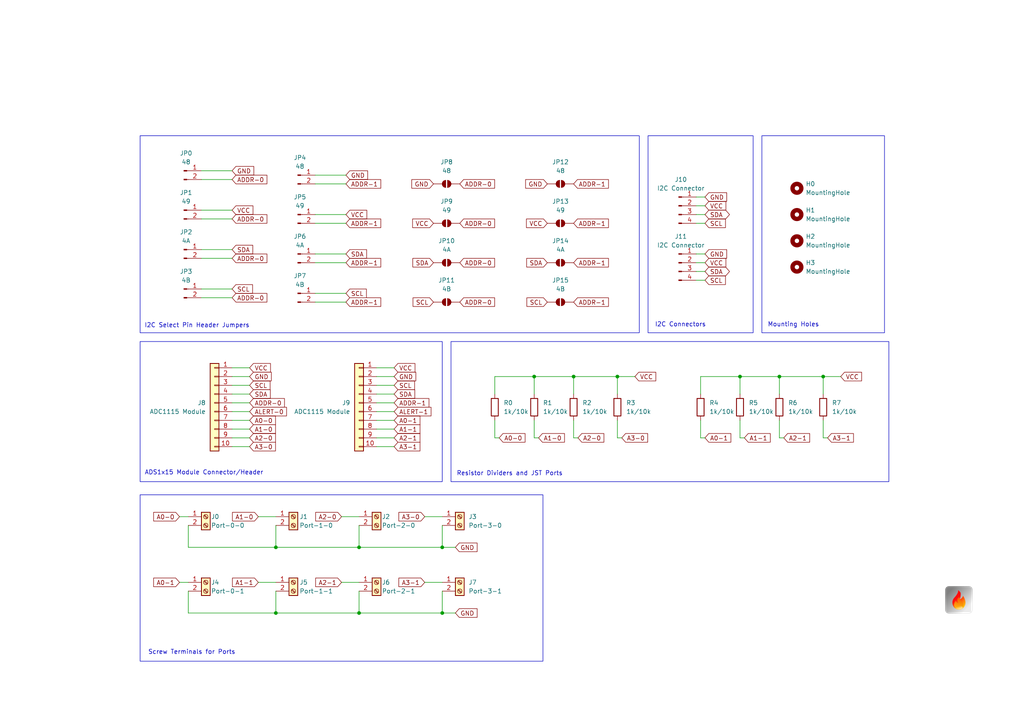
<source format=kicad_sch>
(kicad_sch (version 20231120) (generator "eeschema") (generator_version "8.0")
  (paper "A4")
  (title_block (title "PiFire 8 Probe ADS1x15 Module") (date "2024-12-03") (rev "v1.0.0") (company "James Wanga"))
  (lib_symbols
    (symbol "Connector:Conn_01x02_Pin" (pin_names (offset 1.016) hide)
      (property "Reference" "J" (at 0 2.54 0))
      (property "Value" "Conn_01x02_Pin" (at 0 -5.08 0))
      (symbol "Conn_01x02_Pin_1_1"
        (polyline (pts (xy 1.27 -2.54) (xy 0.8636 -2.54)) (stroke (width 0.1524)))
        (polyline (pts (xy 1.27 0) (xy 0.8636 0)) (stroke (width 0.1524)))
        (rectangle (start 0.8636 -2.413) (end 0 -2.667) (stroke (width 0.1524)) (fill (type outline)))
        (rectangle (start 0.8636 0.127) (end 0 -0.127) (stroke (width 0.1524)) (fill (type outline)))
        (pin passive line (at 5.08 0 180) (length 3.81) (name "Pin_1") (number "1"))
        (pin passive line (at 5.08 -2.54 180) (length 3.81) (name "Pin_2") (number "2"))
      )
    )
    (symbol "Connector:Conn_01x04_Pin" (pin_names (offset 1.016) hide)
      (property "Reference" "J" (at 0 5.08 0))
      (property "Value" "Conn_01x04_Pin" (at 0 -7.62 0))
      (symbol "Conn_01x04_Pin_1_1"
        (polyline (pts (xy 1.27 -5.08) (xy 0.8636 -5.08)) (stroke (width 0.1524)))
        (polyline (pts (xy 1.27 -2.54) (xy 0.8636 -2.54)) (stroke (width 0.1524)))
        (polyline (pts (xy 1.27 0) (xy 0.8636 0)) (stroke (width 0.1524)))
        (polyline (pts (xy 1.27 2.54) (xy 0.8636 2.54)) (stroke (width 0.1524)))
        (rectangle (start 0.8636 -4.953) (end 0 -5.207) (stroke (width 0.1524)) (fill (type outline)))
        (rectangle (start 0.8636 -2.413) (end 0 -2.667) (stroke (width 0.1524)) (fill (type outline)))
        (rectangle (start 0.8636 0.127) (end 0 -0.127) (stroke (width 0.1524)) (fill (type outline)))
        (rectangle (start 0.8636 2.667) (end 0 2.413) (stroke (width 0.1524)) (fill (type outline)))
        (pin passive line (at 5.08 2.54 180) (length 3.81) (name "Pin_1") (number "1"))
        (pin passive line (at 5.08 0 180) (length 3.81) (name "Pin_2") (number "2"))
        (pin passive line (at 5.08 -2.54 180) (length 3.81) (name "Pin_3") (number "3"))
        (pin passive line (at 5.08 -5.08 180) (length 3.81) (name "Pin_4") (number "4"))
      )
    )
    (symbol "Connector:Screw_Terminal_01x02" (pin_names (offset 1.016) hide)
      (property "Reference" "J" (at 0 2.54 0))
      (property "Value" "Screw_Terminal_01x02" (at 0 -5.08 0))
      (symbol "Screw_Terminal_01x02_1_1"
        (rectangle (start -1.27 1.27) (end 1.27 -3.81) (stroke (width 0.254)) (fill (type background)))
        (circle (center 0 -2.54) (radius 0.635) (stroke (width 0.1524)))
        (polyline (pts (xy -0.5334 -2.2098) (xy 0.3302 -3.048)) (stroke (width 0.1524)))
        (polyline (pts (xy -0.5334 0.3302) (xy 0.3302 -0.508)) (stroke (width 0.1524)))
        (polyline (pts (xy -0.3556 -2.032) (xy 0.508 -2.8702)) (stroke (width 0.1524)))
        (polyline (pts (xy -0.3556 0.508) (xy 0.508 -0.3302)) (stroke (width 0.1524)))
        (circle (center 0 0) (radius 0.635) (stroke (width 0.1524)))
        (pin passive line (at -5.08 0 0) (length 3.81) (name "Pin_1") (number "1"))
        (pin passive line (at -5.08 -2.54 0) (length 3.81) (name "Pin_2") (number "2"))
      )
    )
    (symbol "Connector_Generic:Conn_01x10" (pin_names (offset 1.016) hide)
      (property "Reference" "J" (at 0 12.7 0))
      (property "Value" "Conn_01x10" (at 0 -15.24 0))
      (symbol "Conn_01x10_1_1"
        (rectangle (start -1.27 -12.573) (end 0 -12.827) (stroke (width 0.1524)))
        (rectangle (start -1.27 -10.033) (end 0 -10.287) (stroke (width 0.1524)))
        (rectangle (start -1.27 -7.493) (end 0 -7.747) (stroke (width 0.1524)))
        (rectangle (start -1.27 -4.953) (end 0 -5.207) (stroke (width 0.1524)))
        (rectangle (start -1.27 -2.413) (end 0 -2.667) (stroke (width 0.1524)))
        (rectangle (start -1.27 0.127) (end 0 -0.127) (stroke (width 0.1524)))
        (rectangle (start -1.27 2.667) (end 0 2.413) (stroke (width 0.1524)))
        (rectangle (start -1.27 5.207) (end 0 4.953) (stroke (width 0.1524)))
        (rectangle (start -1.27 7.747) (end 0 7.493) (stroke (width 0.1524)))
        (rectangle (start -1.27 10.287) (end 0 10.033) (stroke (width 0.1524)))
        (rectangle (start -1.27 11.43) (end 1.27 -13.97) (stroke (width 0.254)) (fill (type background)))
        (pin passive line (at -5.08 10.16 0) (length 3.81) (name "Pin_1") (number "1"))
        (pin passive line (at -5.08 -12.7 0) (length 3.81) (name "Pin_10") (number "10"))
        (pin passive line (at -5.08 7.62 0) (length 3.81) (name "Pin_2") (number "2"))
        (pin passive line (at -5.08 5.08 0) (length 3.81) (name "Pin_3") (number "3"))
        (pin passive line (at -5.08 2.54 0) (length 3.81) (name "Pin_4") (number "4"))
        (pin passive line (at -5.08 0 0) (length 3.81) (name "Pin_5") (number "5"))
        (pin passive line (at -5.08 -2.54 0) (length 3.81) (name "Pin_6") (number "6"))
        (pin passive line (at -5.08 -5.08 0) (length 3.81) (name "Pin_7") (number "7"))
        (pin passive line (at -5.08 -7.62 0) (length 3.81) (name "Pin_8") (number "8"))
        (pin passive line (at -5.08 -10.16 0) (length 3.81) (name "Pin_9") (number "9"))
      )
    )
    (symbol "Device:R" (pin_numbers hide) (pin_names (offset 0))
      (property "Reference" "R" (at 2.032 0 90))
      (property "Value" "R" (at 0 0 90))
      (symbol "R_0_1"
        (rectangle (start -1.016 -2.54) (end 1.016 2.54) (stroke (width 0.254)))
      )
      (symbol "R_1_1"
        (pin passive line (at 0 3.81 270) (length 1.27) (name "~") (number "1"))
        (pin passive line (at 0 -3.81 90) (length 1.27) (name "~") (number "2"))
      )
    )
    (symbol "Jumper:SolderJumper_2_Open" (pin_numbers hide) (pin_names (offset 0) hide) (exclude_from_sim yes) (in_bom no)
      (property "Reference" "JP" (at 0 2.032 0))
      (property "Value" "SolderJumper_2_Open" (at 0 -2.54 0))
      (symbol "SolderJumper_2_Open_0_1"
        (arc (start -0.254 1.016) (mid -1.2656 0) (end -0.254 -1.016))
        (arc (start -0.254 1.016) (mid -1.2656 0) (end -0.254 -1.016) (fill (type outline)))
        (polyline (pts (xy -0.254 1.016) (xy -0.254 -1.016)))
        (polyline (pts (xy 0.254 1.016) (xy 0.254 -1.016)))
        (arc (start 0.254 -1.016) (mid 1.2656 0) (end 0.254 1.016))
        (arc (start 0.254 -1.016) (mid 1.2656 0) (end 0.254 1.016) (fill (type outline)))
      )
      (symbol "SolderJumper_2_Open_1_1"
        (pin passive line (at -3.81 0 0) (length 2.54) (name "A") (number "1"))
        (pin passive line (at 3.81 0 180) (length 2.54) (name "B") (number "2"))
      )
    )
    (symbol "Mechanical:MountingHole" (pin_names (offset 1.016))
      (property "Reference" "H" (at 0 5.08 0))
      (property "Value" "MountingHole" (at 0 3.175 0))
      (symbol "MountingHole_0_1"
        (circle (center 0 0) (radius 1.27) (stroke (width 1.27)))
      )
    )
  )
  (junction (at 128.27 177.8))
  (junction (at 154.94 109.22))
  (junction (at 226.06 109.22))
  (junction (at 104.14 158.75))
  (junction (at 214.63 109.22))
  (junction (at 166.37 109.22))
  (junction (at 179.07 109.22))
  (junction (at 80.01 158.75))
  (junction (at 80.01 177.8))
  (junction (at 238.76 109.22))
  (junction (at 128.27 158.75))
  (junction (at 104.14 177.8))
  (wire (pts (xy 104.14 152.4) (xy 104.14 158.75)))
  (wire (pts (xy 72.39 124.46) (xy 67.31 124.46)))
  (wire (pts (xy 243.84 109.22) (xy 238.76 109.22)))
  (wire (pts (xy 114.3 114.3) (xy 109.22 114.3)))
  (wire (pts (xy 58.42 52.07) (xy 67.31 52.07)))
  (wire (pts (xy 203.2 109.22) (xy 203.2 114.3)))
  (wire (pts (xy 80.01 171.45) (xy 80.01 177.8)))
  (wire (pts (xy 204.47 127) (xy 203.2 127)))
  (wire (pts (xy 54.61 158.75) (xy 80.01 158.75)))
  (wire (pts (xy 179.07 121.92) (xy 179.07 127)))
  (wire (pts (xy 226.06 109.22) (xy 214.63 109.22)))
  (wire (pts (xy 114.3 129.54) (xy 109.22 129.54)))
  (wire (pts (xy 114.3 124.46) (xy 109.22 124.46)))
  (wire (pts (xy 238.76 121.92) (xy 238.76 127)))
  (wire (pts (xy 72.39 121.92) (xy 67.31 121.92)))
  (wire (pts (xy 54.61 177.8) (xy 80.01 177.8)))
  (wire (pts (xy 123.19 168.91) (xy 128.27 168.91)))
  (wire (pts (xy 143.51 121.92) (xy 143.51 127)))
  (wire (pts (xy 204.47 57.15) (xy 201.93 57.15)))
  (wire (pts (xy 114.3 109.22) (xy 109.22 109.22)))
  (wire (pts (xy 54.61 152.4) (xy 54.61 158.75)))
  (wire (pts (xy 74.93 168.91) (xy 80.01 168.91)))
  (wire (pts (xy 74.93 149.86) (xy 80.01 149.86)))
  (wire (pts (xy 114.3 116.84) (xy 109.22 116.84)))
  (wire (pts (xy 91.44 50.8) (xy 100.33 50.8)))
  (wire (pts (xy 80.01 177.8) (xy 104.14 177.8)))
  (wire (pts (xy 80.01 152.4) (xy 80.01 158.75)))
  (wire (pts (xy 72.39 109.22) (xy 67.31 109.22)))
  (wire (pts (xy 114.3 119.38) (xy 109.22 119.38)))
  (wire (pts (xy 72.39 129.54) (xy 67.31 129.54)))
  (wire (pts (xy 154.94 109.22) (xy 143.51 109.22)))
  (wire (pts (xy 184.15 109.22) (xy 179.07 109.22)))
  (wire (pts (xy 104.14 171.45) (xy 104.14 177.8)))
  (wire (pts (xy 166.37 121.92) (xy 166.37 127)))
  (wire (pts (xy 204.47 76.2) (xy 201.93 76.2)))
  (wire (pts (xy 203.2 121.92) (xy 203.2 127)))
  (wire (pts (xy 154.94 121.92) (xy 154.94 127)))
  (wire (pts (xy 80.01 158.75) (xy 104.14 158.75)))
  (wire (pts (xy 67.31 83.82) (xy 58.42 83.82)))
  (wire (pts (xy 240.03 127) (xy 238.76 127)))
  (wire (pts (xy 123.19 149.86) (xy 128.27 149.86)))
  (wire (pts (xy 54.61 171.45) (xy 54.61 177.8)))
  (wire (pts (xy 204.47 73.66) (xy 201.93 73.66)))
  (wire (pts (xy 154.94 109.22) (xy 154.94 114.3)))
  (wire (pts (xy 58.42 49.53) (xy 67.31 49.53)))
  (wire (pts (xy 114.3 121.92) (xy 109.22 121.92)))
  (wire (pts (xy 144.78 127) (xy 143.51 127)))
  (wire (pts (xy 72.39 116.84) (xy 67.31 116.84)))
  (wire (pts (xy 179.07 109.22) (xy 179.07 114.3)))
  (wire (pts (xy 128.27 171.45) (xy 128.27 177.8)))
  (wire (pts (xy 214.63 109.22) (xy 203.2 109.22)))
  (wire (pts (xy 99.06 168.91) (xy 104.14 168.91)))
  (wire (pts (xy 52.07 168.91) (xy 54.61 168.91)))
  (wire (pts (xy 58.42 63.5) (xy 67.31 63.5)))
  (wire (pts (xy 91.44 53.34) (xy 100.33 53.34)))
  (wire (pts (xy 91.44 64.77) (xy 100.33 64.77)))
  (wire (pts (xy 166.37 109.22) (xy 179.07 109.22)))
  (wire (pts (xy 180.34 127) (xy 179.07 127)))
  (wire (pts (xy 72.39 111.76) (xy 67.31 111.76)))
  (wire (pts (xy 72.39 127) (xy 67.31 127)))
  (wire (pts (xy 114.3 111.76) (xy 109.22 111.76)))
  (wire (pts (xy 226.06 109.22) (xy 238.76 109.22)))
  (wire (pts (xy 72.39 119.38) (xy 67.31 119.38)))
  (wire (pts (xy 226.06 121.92) (xy 226.06 127)))
  (wire (pts (xy 58.42 86.36) (xy 67.31 86.36)))
  (wire (pts (xy 114.3 127) (xy 109.22 127)))
  (wire (pts (xy 100.33 85.09) (xy 91.44 85.09)))
  (wire (pts (xy 226.06 109.22) (xy 226.06 114.3)))
  (wire (pts (xy 215.9 127) (xy 214.63 127)))
  (wire (pts (xy 91.44 87.63) (xy 100.33 87.63)))
  (wire (pts (xy 167.64 127) (xy 166.37 127)))
  (wire (pts (xy 204.47 64.77) (xy 201.93 64.77)))
  (wire (pts (xy 204.47 81.28) (xy 201.93 81.28)))
  (wire (pts (xy 156.21 127) (xy 154.94 127)))
  (wire (pts (xy 58.42 72.39) (xy 67.31 72.39)))
  (wire (pts (xy 104.14 177.8) (xy 128.27 177.8)))
  (wire (pts (xy 214.63 121.92) (xy 214.63 127)))
  (wire (pts (xy 72.39 106.68) (xy 67.31 106.68)))
  (wire (pts (xy 143.51 109.22) (xy 143.51 114.3)))
  (wire (pts (xy 58.42 74.93) (xy 67.31 74.93)))
  (wire (pts (xy 204.47 59.69) (xy 201.93 59.69)))
  (wire (pts (xy 214.63 109.22) (xy 214.63 114.3)))
  (wire (pts (xy 204.47 62.23) (xy 201.93 62.23)))
  (wire (pts (xy 128.27 177.8) (xy 132.08 177.8)))
  (wire (pts (xy 72.39 114.3) (xy 67.31 114.3)))
  (wire (pts (xy 104.14 158.75) (xy 128.27 158.75)))
  (wire (pts (xy 91.44 62.23) (xy 100.33 62.23)))
  (wire (pts (xy 128.27 158.75) (xy 132.08 158.75)))
  (wire (pts (xy 58.42 60.96) (xy 67.31 60.96)))
  (wire (pts (xy 227.33 127) (xy 226.06 127)))
  (wire (pts (xy 91.44 73.66) (xy 100.33 73.66)))
  (wire (pts (xy 91.44 76.2) (xy 100.33 76.2)))
  (wire (pts (xy 99.06 149.86) (xy 104.14 149.86)))
  (wire (pts (xy 166.37 109.22) (xy 154.94 109.22)))
  (wire (pts (xy 166.37 109.22) (xy 166.37 114.3)))
  (wire (pts (xy 52.07 149.86) (xy 54.61 149.86)))
  (wire (pts (xy 204.47 78.74) (xy 201.93 78.74)))
  (wire (pts (xy 114.3 106.68) (xy 109.22 106.68)))
  (wire (pts (xy 128.27 152.4) (xy 128.27 158.75)))
  (wire (pts (xy 238.76 109.22) (xy 238.76 114.3)))
  (rectangle (start 220.98 39.37) (end 256.54 96.52))
  (rectangle (start 40.64 99.06) (end 128.27 139.7))
  (rectangle (start 40.64 39.37) (end 185.42 96.52))
  (rectangle (start 130.81 99.06) (end 257.81 139.7))
  (rectangle (start 187.96 39.37) (end 218.44 96.52))
  (rectangle (start 40.64 143.51) (end 157.48 191.77))
  (image (at 278.13 173.99) (scale 0.0423182))
  (text "Screw Terminals for Ports" (at 55.626 189.23 0) (effects (font (size 1.27 1.27))))
  (text "ADS1x15 Module Connector/Header" (at 59.182 137.16 0) (effects (font (size 1.27 1.27))))
  (text "I2C Select Pin Header Jumpers" (at 57.15 94.488 0) (effects (font (size 1.27 1.27))))
  (text "Resistor Dividers and JST Ports" (at 147.828 137.414 0) (effects (font (size 1.27 1.27))))
  (text "Mounting Holes" (at 230.124 94.234 0) (effects (font (size 1.27 1.27))))
  (text "I2C Connectors" (at 197.358 94.234 0) (effects (font (size 1.27 1.27))))
  (global_label "ADDR-0" (shape input) (at 67.31 74.93 0) (property "Intersheetrefs" "${INTERSHEET_REFS}" (effects (hide yes))))
  (global_label "A2-0" (shape input) (at 99.06 149.86 180) (property "Intersheetrefs" "${INTERSHEET_REFS}" (effects (hide yes))))
  (global_label "A1-0" (shape input) (at 74.93 149.86 180) (property "Intersheetrefs" "${INTERSHEET_REFS}" (effects (hide yes))))
  (global_label "A0-1" (shape input) (at 52.07 168.91 180) (property "Intersheetrefs" "${INTERSHEET_REFS}" (effects (hide yes))))
  (global_label "GND" (shape input) (at 204.47 57.15 0) (property "Intersheetrefs" "${INTERSHEET_REFS}" (effects (hide yes))))
  (global_label "VCC" (shape input) (at 125.73 64.77 180) (property "Intersheetrefs" "${INTERSHEET_REFS}" (effects (hide yes))))
  (global_label "SCL" (shape input) (at 158.75 87.63 180) (property "Intersheetrefs" "${INTERSHEET_REFS}" (effects (hide yes))))
  (global_label "SCL" (shape input) (at 72.39 111.76 0) (property "Intersheetrefs" "${INTERSHEET_REFS}" (effects (hide yes))))
  (global_label "SCL" (shape input) (at 114.3 111.76 0) (property "Intersheetrefs" "${INTERSHEET_REFS}" (effects (hide yes))))
  (global_label "SCL" (shape input) (at 100.33 85.09 0) (property "Intersheetrefs" "${INTERSHEET_REFS}" (effects (hide yes))))
  (global_label "A1-1" (shape input) (at 114.3 124.46 0) (property "Intersheetrefs" "${INTERSHEET_REFS}" (effects (hide yes))))
  (global_label "VCC" (shape input) (at 100.33 62.23 0) (property "Intersheetrefs" "${INTERSHEET_REFS}" (effects (hide yes))))
  (global_label "GND" (shape input) (at 204.47 73.66 0) (property "Intersheetrefs" "${INTERSHEET_REFS}" (effects (hide yes))))
  (global_label "A3-0" (shape input) (at 123.19 149.86 180) (property "Intersheetrefs" "${INTERSHEET_REFS}" (effects (hide yes))))
  (global_label "GND" (shape input) (at 72.39 109.22 0) (property "Intersheetrefs" "${INTERSHEET_REFS}" (effects (hide yes))))
  (global_label "A2-0" (shape input) (at 167.64 127 0) (property "Intersheetrefs" "${INTERSHEET_REFS}" (effects (hide yes))))
  (global_label "SCL" (shape input) (at 67.31 83.82 0) (property "Intersheetrefs" "${INTERSHEET_REFS}" (effects (hide yes))))
  (global_label "VCC" (shape input) (at 204.47 59.69 0) (property "Intersheetrefs" "${INTERSHEET_REFS}" (effects (hide yes))))
  (global_label "ADDR-0" (shape input) (at 133.35 76.2 0) (property "Intersheetrefs" "${INTERSHEET_REFS}" (effects (hide yes))))
  (global_label "ADDR-1" (shape input) (at 166.37 53.34 0) (property "Intersheetrefs" "${INTERSHEET_REFS}" (effects (hide yes))))
  (global_label "VCC" (shape input) (at 184.15 109.22 0) (property "Intersheetrefs" "${INTERSHEET_REFS}" (effects (hide yes))))
  (global_label "VCC" (shape input) (at 67.31 60.96 0) (property "Intersheetrefs" "${INTERSHEET_REFS}" (effects (hide yes))))
  (global_label "GND" (shape input) (at 132.08 177.8 0) (property "Intersheetrefs" "${INTERSHEET_REFS}" (effects (hide yes))))
  (global_label "A1-0" (shape input) (at 156.21 127 0) (property "Intersheetrefs" "${INTERSHEET_REFS}" (effects (hide yes))))
  (global_label "ADDR-0" (shape input) (at 133.35 64.77 0) (property "Intersheetrefs" "${INTERSHEET_REFS}" (effects (hide yes))))
  (global_label "A1-1" (shape input) (at 215.9 127 0) (property "Intersheetrefs" "${INTERSHEET_REFS}" (effects (hide yes))))
  (global_label "SCL" (shape input) (at 125.73 87.63 180) (property "Intersheetrefs" "${INTERSHEET_REFS}" (effects (hide yes))))
  (global_label "GND" (shape input) (at 158.75 53.34 180) (property "Intersheetrefs" "${INTERSHEET_REFS}" (effects (hide yes))))
  (global_label "SDA" (shape bidirectional) (at 204.47 78.74 0) (property "Intersheetrefs" "${INTERSHEET_REFS}" (effects (hide yes))))
  (global_label "A0-0" (shape input) (at 72.39 121.92 0) (property "Intersheetrefs" "${INTERSHEET_REFS}" (effects (hide yes))))
  (global_label "SCL" (shape input) (at 204.47 81.28 0) (property "Intersheetrefs" "${INTERSHEET_REFS}" (effects (hide yes))))
  (global_label "ADDR-0" (shape input) (at 133.35 53.34 0) (property "Intersheetrefs" "${INTERSHEET_REFS}" (effects (hide yes))))
  (global_label "GND" (shape input) (at 100.33 50.8 0) (property "Intersheetrefs" "${INTERSHEET_REFS}" (effects (hide yes))))
  (global_label "A3-0" (shape input) (at 180.34 127 0) (property "Intersheetrefs" "${INTERSHEET_REFS}" (effects (hide yes))))
  (global_label "GND" (shape input) (at 132.08 158.75 0) (property "Intersheetrefs" "${INTERSHEET_REFS}" (effects (hide yes))))
  (global_label "VCC" (shape input) (at 114.3 106.68 0) (property "Intersheetrefs" "${INTERSHEET_REFS}" (effects (hide yes))))
  (global_label "SDA" (shape input) (at 67.31 72.39 0) (property "Intersheetrefs" "${INTERSHEET_REFS}" (effects (hide yes))))
  (global_label "A1-1" (shape input) (at 74.93 168.91 180) (property "Intersheetrefs" "${INTERSHEET_REFS}" (effects (hide yes))))
  (global_label "A3-1" (shape input) (at 114.3 129.54 0) (property "Intersheetrefs" "${INTERSHEET_REFS}" (effects (hide yes))))
  (global_label "ALERT-0" (shape input) (at 72.39 119.38 0) (property "Intersheetrefs" "${INTERSHEET_REFS}" (effects (hide yes))))
  (global_label "A2-0" (shape input) (at 72.39 127 0) (property "Intersheetrefs" "${INTERSHEET_REFS}" (effects (hide yes))))
  (global_label "SDA" (shape bidirectional) (at 204.47 62.23 0) (property "Intersheetrefs" "${INTERSHEET_REFS}" (effects (hide yes))))
  (global_label "ADDR-0" (shape input) (at 67.31 63.5 0) (property "Intersheetrefs" "${INTERSHEET_REFS}" (effects (hide yes))))
  (global_label "SDA" (shape input) (at 72.39 114.3 0) (property "Intersheetrefs" "${INTERSHEET_REFS}" (effects (hide yes))))
  (global_label "A3-1" (shape input) (at 240.03 127 0) (property "Intersheetrefs" "${INTERSHEET_REFS}" (effects (hide yes))))
  (global_label "ADDR-1" (shape input) (at 100.33 76.2 0) (property "Intersheetrefs" "${INTERSHEET_REFS}" (effects (hide yes))))
  (global_label "ADDR-0" (shape input) (at 67.31 52.07 0) (property "Intersheetrefs" "${INTERSHEET_REFS}" (effects (hide yes))))
  (global_label "ADDR-0" (shape input) (at 67.31 86.36 0) (property "Intersheetrefs" "${INTERSHEET_REFS}" (effects (hide yes))))
  (global_label "SDA" (shape input) (at 100.33 73.66 0) (property "Intersheetrefs" "${INTERSHEET_REFS}" (effects (hide yes))))
  (global_label "VCC" (shape input) (at 243.84 109.22 0) (property "Intersheetrefs" "${INTERSHEET_REFS}" (effects (hide yes))))
  (global_label "ADDR-1" (shape input) (at 166.37 76.2 0) (property "Intersheetrefs" "${INTERSHEET_REFS}" (effects (hide yes))))
  (global_label "GND" (shape input) (at 125.73 53.34 180) (property "Intersheetrefs" "${INTERSHEET_REFS}" (effects (hide yes))))
  (global_label "A0-1" (shape input) (at 114.3 121.92 0) (property "Intersheetrefs" "${INTERSHEET_REFS}" (effects (hide yes))))
  (global_label "ADDR-0" (shape input) (at 72.39 116.84 0) (property "Intersheetrefs" "${INTERSHEET_REFS}" (effects (hide yes))))
  (global_label "ADDR-1" (shape input) (at 100.33 64.77 0) (property "Intersheetrefs" "${INTERSHEET_REFS}" (effects (hide yes))))
  (global_label "A2-1" (shape input) (at 114.3 127 0) (property "Intersheetrefs" "${INTERSHEET_REFS}" (effects (hide yes))))
  (global_label "ALERT-1" (shape input) (at 114.3 119.38 0) (property "Intersheetrefs" "${INTERSHEET_REFS}" (effects (hide yes))))
  (global_label "ADDR-1" (shape input) (at 166.37 87.63 0) (property "Intersheetrefs" "${INTERSHEET_REFS}" (effects (hide yes))))
  (global_label "ADDR-1" (shape input) (at 166.37 64.77 0) (property "Intersheetrefs" "${INTERSHEET_REFS}" (effects (hide yes))))
  (global_label "GND" (shape input) (at 67.31 49.53 0) (property "Intersheetrefs" "${INTERSHEET_REFS}" (effects (hide yes))))
  (global_label "VCC" (shape input) (at 72.39 106.68 0) (property "Intersheetrefs" "${INTERSHEET_REFS}" (effects (hide yes))))
  (global_label "VCC" (shape input) (at 204.47 76.2 0) (property "Intersheetrefs" "${INTERSHEET_REFS}" (effects (hide yes))))
  (global_label "A1-0" (shape input) (at 72.39 124.46 0) (property "Intersheetrefs" "${INTERSHEET_REFS}" (effects (hide yes))))
  (global_label "GND" (shape input) (at 114.3 109.22 0) (property "Intersheetrefs" "${INTERSHEET_REFS}" (effects (hide yes))))
  (global_label "A3-1" (shape input) (at 123.19 168.91 180) (property "Intersheetrefs" "${INTERSHEET_REFS}" (effects (hide yes))))
  (global_label "VCC" (shape input) (at 158.75 64.77 180) (property "Intersheetrefs" "${INTERSHEET_REFS}" (effects (hide yes))))
  (global_label "ADDR-1" (shape input) (at 100.33 53.34 0) (property "Intersheetrefs" "${INTERSHEET_REFS}" (effects (hide yes))))
  (global_label "ADDR-1" (shape input) (at 100.33 87.63 0) (property "Intersheetrefs" "${INTERSHEET_REFS}" (effects (hide yes))))
  (global_label "SDA" (shape input) (at 114.3 114.3 0) (property "Intersheetrefs" "${INTERSHEET_REFS}" (effects (hide yes))))
  (global_label "A3-0" (shape input) (at 72.39 129.54 0) (property "Intersheetrefs" "${INTERSHEET_REFS}" (effects (hide yes))))
  (global_label "SCL" (shape input) (at 204.47 64.77 0) (property "Intersheetrefs" "${INTERSHEET_REFS}" (effects (hide yes))))
  (global_label "ADDR-1" (shape input) (at 114.3 116.84 0) (property "Intersheetrefs" "${INTERSHEET_REFS}" (effects (hide yes))))
  (global_label "A0-0" (shape input) (at 144.78 127 0) (property "Intersheetrefs" "${INTERSHEET_REFS}" (effects (hide yes))))
  (global_label "A0-1" (shape input) (at 204.47 127 0) (property "Intersheetrefs" "${INTERSHEET_REFS}" (effects (hide yes))))
  (global_label "SDA" (shape input) (at 125.73 76.2 180) (property "Intersheetrefs" "${INTERSHEET_REFS}" (effects (hide yes))))
  (global_label "A0-0" (shape input) (at 52.07 149.86 180) (property "Intersheetrefs" "${INTERSHEET_REFS}" (effects (hide yes))))
  (global_label "A2-1" (shape input) (at 227.33 127 0) (property "Intersheetrefs" "${INTERSHEET_REFS}" (effects (hide yes))))
  (global_label "SDA" (shape input) (at 158.75 76.2 180) (property "Intersheetrefs" "${INTERSHEET_REFS}" (effects (hide yes))))
  (global_label "A2-1" (shape input) (at 99.06 168.91 180) (property "Intersheetrefs" "${INTERSHEET_REFS}" (effects (hide yes))))
  (global_label "ADDR-0" (shape input) (at 133.35 87.63 0) (property "Intersheetrefs" "${INTERSHEET_REFS}" (effects (hide yes))))
  (symbol (lib_id "Connector:Screw_Terminal_01x02") (at 85.09 149.86 0) (unit 1)
    (property "Reference" "J1" (at 86.868 149.86 0) (effects (justify left)))
    (property "Value" "Port-1-0" (at 86.868 152.4 0) (effects (justify left)))
    (property "Footprint" "TerminalBlock:TerminalBlock_bornier-2_P5.08mm" (effects (hide yes)))
    (property "Description" "ADC Probe Port 1 Screw Terminal.  Recommended terminals: https://www.amazon.com/dp/B01MT4LC0F" (effects (hide yes)))
  )
  (symbol (lib_id "Connector:Screw_Terminal_01x02") (at 85.09 168.91 0) (unit 1)
    (property "Reference" "J5" (at 86.868 168.91 0) (effects (justify left)))
    (property "Value" "Port-1-1" (at 86.868 171.45 0) (effects (justify left)))
    (property "Footprint" "TerminalBlock:TerminalBlock_bornier-2_P5.08mm" (effects (hide yes)))
    (property "Description" "ADC Probe Port 1 Screw Terminal.  Recommended terminals: https://www.amazon.com/dp/B01MT4LC0F" (effects (hide yes)))
  )
  (symbol (lib_id "Connector:Screw_Terminal_01x02") (at 109.22 168.91 0) (unit 1)
    (property "Reference" "J6" (at 110.744 168.91 0) (effects (justify left)))
    (property "Value" "Port-2-1" (at 110.744 171.45 0) (effects (justify left)))
    (property "Footprint" "TerminalBlock:TerminalBlock_bornier-2_P5.08mm" (effects (hide yes)))
    (property "Description" "ADC Probe Port 2 Screw Terminal.  Recommended terminals: https://www.amazon.com/dp/B01MT4LC0F" (effects (hide yes)))
  )
  (symbol (lib_id "Connector:Conn_01x02_Pin") (at 86.36 50.8 0) (unit 1)
    (property "Reference" "JP4" (at 86.995 45.72 0))
    (property "Value" "48" (at 86.995 48.26 0))
    (property "Footprint" "Connector_PinHeader_2.54mm:PinHeader_1x02_P2.54mm_Vertical" (effects (hide yes)))
    (property "Description" "Generic connector, single row, 01x02, script generated" (effects (hide yes)))
  )
  (symbol (lib_id "Device:R") (at 238.76 118.11 0) (unit 1)
    (property "Reference" "R7" (at 241.3 116.84 0) (effects (justify left)))
    (property "Value" "1k/10k" (at 241.3 119.38 0) (effects (justify left)))
    (property "Footprint" "Resistor_THT:R_Axial_DIN0207_L6.3mm_D2.5mm_P7.62mm_Horizontal" (effects (hide yes)))
    (property "Description" "Standard 1/4W Axial Resistors.  Recommended try to get these resistor values as close to their stated values as possible so select 1% tolerance or better and then test to get the best value.   1k Ohm is recommended for PT1000 probes where the nominal resistance is 1k at 0C.  10k Ohm is resistance is recommended for almost all food probe types (note that there are some brands that may have a 1k nominal resistance and thus should use a 1k resistor here)" (effects (hide yes)))
  )
  (symbol (lib_id "Device:R") (at 154.94 118.11 0) (unit 1)
    (property "Reference" "R1" (at 157.48 116.84 0) (effects (justify left)))
    (property "Value" "1k/10k" (at 157.48 119.38 0) (effects (justify left)))
    (property "Footprint" "Resistor_THT:R_Axial_DIN0207_L6.3mm_D2.5mm_P7.62mm_Horizontal" (effects (hide yes)))
    (property "Description" "Standard 1/4W Axial Resistors.  Recommended try to get these resistor values as close to their stated values as possible so select 1% tolerance or better and then test to get the best value.   1k Ohm is recommended for PT1000 probes where the nominal resistance is 1k at 0C.  10k Ohm is resistance is recommended for almost all food probe types (note that there are some brands that may have a 1k nominal resistance and thus should use a 1k resistor here)" (effects (hide yes)))
  )
  (symbol (lib_id "Connector:Screw_Terminal_01x02") (at 59.69 149.86 0) (unit 1)
    (property "Reference" "J0" (at 61.214 149.86 0) (effects (justify left)))
    (property "Value" "Port-0-0" (at 61.214 152.4 0) (effects (justify left)))
    (property "Footprint" "TerminalBlock:TerminalBlock_bornier-2_P5.08mm" (effects (hide yes)))
    (property "Description" "ADC Probe Port 0 Screw Terminal.  Recommended terminals: https://www.amazon.com/dp/B01MT4LC0F" (effects (hide yes)))
  )
  (symbol (lib_id "Connector:Screw_Terminal_01x02") (at 109.22 149.86 0) (unit 1)
    (property "Reference" "J2" (at 110.744 149.86 0) (effects (justify left)))
    (property "Value" "Port-2-0" (at 110.744 152.4 0) (effects (justify left)))
    (property "Footprint" "TerminalBlock:TerminalBlock_bornier-2_P5.08mm" (effects (hide yes)))
    (property "Description" "ADC Probe Port 2 Screw Terminal.  Recommended terminals: https://www.amazon.com/dp/B01MT4LC0F" (effects (hide yes)))
  )
  (symbol (lib_id "Jumper:SolderJumper_2_Open") (at 129.54 53.34 0) (unit 1) (exclude_from_sim yes) (in_bom no)
    (property "Reference" "JP8" (at 129.54 46.99 0))
    (property "Value" "48" (at 129.54 49.53 0))
    (property "Footprint" "Jumper:SolderJumper-2_P1.3mm_Open_TrianglePad1.0x1.5mm" (effects (hide yes)))
    (property "Description" "Solder Jumper, 2-pole, open" (effects (hide yes)))
  )
  (symbol (lib_id "Jumper:SolderJumper_2_Open") (at 162.56 64.77 0) (unit 1) (exclude_from_sim yes) (in_bom no)
    (property "Reference" "JP13" (at 162.56 58.42 0))
    (property "Value" "49" (at 162.56 60.96 0))
    (property "Footprint" "Jumper:SolderJumper-2_P1.3mm_Open_TrianglePad1.0x1.5mm" (effects (hide yes)))
    (property "Description" "Solder Jumper, 2-pole, open" (effects (hide yes)))
  )
  (symbol (lib_id "Device:R") (at 166.37 118.11 0) (unit 1)
    (property "Reference" "R2" (at 168.91 116.84 0) (effects (justify left)))
    (property "Value" "1k/10k" (at 168.91 119.38 0) (effects (justify left)))
    (property "Footprint" "Resistor_THT:R_Axial_DIN0207_L6.3mm_D2.5mm_P7.62mm_Horizontal" (effects (hide yes)))
    (property "Description" "Standard 1/4W Axial Resistors.  Recommended try to get these resistor values as close to their stated values as possible so select 1% tolerance or better and then test to get the best value.   1k Ohm is recommended for PT1000 probes where the nominal resistance is 1k at 0C.  10k Ohm is resistance is recommended for almost all food probe types (note that there are some brands that may have a 1k nominal resistance and thus should use a 1k resistor here)" (effects (hide yes)))
  )
  (symbol (lib_id "Jumper:SolderJumper_2_Open") (at 162.56 76.2 0) (unit 1) (exclude_from_sim yes) (in_bom no)
    (property "Reference" "JP14" (at 162.56 69.85 0))
    (property "Value" "4A" (at 162.56 72.39 0))
    (property "Footprint" "Jumper:SolderJumper-2_P1.3mm_Open_TrianglePad1.0x1.5mm" (effects (hide yes)))
    (property "Description" "Solder Jumper, 2-pole, open" (effects (hide yes)))
  )
  (symbol (lib_id "Device:R") (at 143.51 118.11 0) (unit 1)
    (property "Reference" "R0" (at 146.05 116.84 0) (effects (justify left)))
    (property "Value" "1k/10k" (at 146.05 119.38 0) (effects (justify left)))
    (property "Footprint" "Resistor_THT:R_Axial_DIN0207_L6.3mm_D2.5mm_P7.62mm_Horizontal" (effects (hide yes)))
    (property "Description" "Standard 1/4W Axial Resistors.  Recommended try to get these resistor values as close to their stated values as possible so select 1% tolerance or better and then test to get the best value.   1k Ohm is recommended for PT1000 probes where the nominal resistance is 1k at 0C.  10k Ohm is resistance is recommended for almost all food probe types (note that there are some brands that may have a 1k nominal resistance and thus should use a 1k resistor here)" (effects (hide yes)))
  )
  (symbol (lib_id "Connector:Conn_01x02_Pin") (at 53.34 83.82 0) (unit 1)
    (property "Reference" "JP3" (at 53.975 78.74 0))
    (property "Value" "4B" (at 53.975 81.28 0))
    (property "Footprint" "Connector_PinHeader_2.54mm:PinHeader_1x02_P2.54mm_Vertical" (effects (hide yes)))
    (property "Description" "Generic connector, single row, 01x02, script generated" (effects (hide yes)))
  )
  (symbol (lib_id "Connector_Generic:Conn_01x10") (at 62.23 116.84 0) (mirror y) (unit 1)
    (property "Reference" "J8" (at 59.69 116.84 0) (effects (justify left)))
    (property "Value" "ADC1115 Module" (at 59.69 119.38 0) (effects (justify left)))
    (property "Footprint" "Connector_PinHeader_2.54mm:PinHeader_1x10_P2.54mm_Vertical" (effects (hide yes)))
    (property "Description" "Header for the ADS1x15 module.  This uses the standard pinout for these ubiquitous modules, but it is recommended to double check the pinout. Originally designed by Adafruit, but available in generic form everywhere.  https://www.amazon.com/HiLetgo-Converter-Programmable-Amplifier-Development/dp/B07VPFLSMX" (effects (hide yes)))
  )
  (symbol (lib_id "Connector:Conn_01x02_Pin") (at 86.36 85.09 0) (unit 1)
    (property "Reference" "JP7" (at 86.995 80.01 0))
    (property "Value" "4B" (at 86.995 82.55 0))
    (property "Footprint" "Connector_PinHeader_2.54mm:PinHeader_1x02_P2.54mm_Vertical" (effects (hide yes)))
    (property "Description" "Generic connector, single row, 01x02, script generated" (effects (hide yes)))
  )
  (symbol (lib_id "Connector:Conn_01x02_Pin") (at 86.36 62.23 0) (unit 1)
    (property "Reference" "JP5" (at 86.995 57.15 0))
    (property "Value" "49" (at 86.995 59.69 0))
    (property "Footprint" "Connector_PinHeader_2.54mm:PinHeader_1x02_P2.54mm_Vertical" (effects (hide yes)))
    (property "Description" "Generic connector, single row, 01x02, script generated" (effects (hide yes)))
  )
  (symbol (lib_id "Device:R") (at 203.2 118.11 0) (unit 1)
    (property "Reference" "R4" (at 205.74 116.84 0) (effects (justify left)))
    (property "Value" "1k/10k" (at 205.74 119.38 0) (effects (justify left)))
    (property "Footprint" "Resistor_THT:R_Axial_DIN0207_L6.3mm_D2.5mm_P7.62mm_Horizontal" (effects (hide yes)))
    (property "Description" "Standard 1/4W Axial Resistors.  Recommended try to get these resistor values as close to their stated values as possible so select 1% tolerance or better and then test to get the best value.   1k Ohm is recommended for PT1000 probes where the nominal resistance is 1k at 0C.  10k Ohm is resistance is recommended for almost all food probe types (note that there are some brands that may have a 1k nominal resistance and thus should use a 1k resistor here)" (effects (hide yes)))
  )
  (symbol (lib_id "Device:R") (at 214.63 118.11 0) (unit 1)
    (property "Reference" "R5" (at 217.17 116.84 0) (effects (justify left)))
    (property "Value" "1k/10k" (at 217.17 119.38 0) (effects (justify left)))
    (property "Footprint" "Resistor_THT:R_Axial_DIN0207_L6.3mm_D2.5mm_P7.62mm_Horizontal" (effects (hide yes)))
    (property "Description" "Standard 1/4W Axial Resistors.  Recommended try to get these resistor values as close to their stated values as possible so select 1% tolerance or better and then test to get the best value.   1k Ohm is recommended for PT1000 probes where the nominal resistance is 1k at 0C.  10k Ohm is resistance is recommended for almost all food probe types (note that there are some brands that may have a 1k nominal resistance and thus should use a 1k resistor here)" (effects (hide yes)))
  )
  (symbol (lib_id "Device:R") (at 226.06 118.11 0) (unit 1)
    (property "Reference" "R6" (at 228.6 116.84 0) (effects (justify left)))
    (property "Value" "1k/10k" (at 228.6 119.38 0) (effects (justify left)))
    (property "Footprint" "Resistor_THT:R_Axial_DIN0207_L6.3mm_D2.5mm_P7.62mm_Horizontal" (effects (hide yes)))
    (property "Description" "Standard 1/4W Axial Resistors.  Recommended try to get these resistor values as close to their stated values as possible so select 1% tolerance or better and then test to get the best value.   1k Ohm is recommended for PT1000 probes where the nominal resistance is 1k at 0C.  10k Ohm is resistance is recommended for almost all food probe types (note that there are some brands that may have a 1k nominal resistance and thus should use a 1k resistor here)" (effects (hide yes)))
  )
  (symbol (lib_id "Connector:Conn_01x02_Pin") (at 53.34 49.53 0) (unit 1)
    (property "Reference" "JP0" (at 53.975 44.45 0))
    (property "Value" "48" (at 53.975 46.99 0))
    (property "Footprint" "Connector_PinHeader_2.54mm:PinHeader_1x02_P2.54mm_Vertical" (effects (hide yes)))
    (property "Description" "Generic connector, single row, 01x02, script generated" (effects (hide yes)))
  )
  (symbol (lib_id "Jumper:SolderJumper_2_Open") (at 162.56 87.63 0) (unit 1) (exclude_from_sim yes) (in_bom no)
    (property "Reference" "JP15" (at 162.56 81.28 0))
    (property "Value" "4B" (at 162.56 83.82 0))
    (property "Footprint" "Jumper:SolderJumper-2_P1.3mm_Open_TrianglePad1.0x1.5mm" (effects (hide yes)))
    (property "Description" "Solder Jumper, 2-pole, open" (effects (hide yes)))
  )
  (symbol (lib_id "Connector_Generic:Conn_01x10") (at 104.14 116.84 0) (mirror y) (unit 1)
    (property "Reference" "J9" (at 101.6 116.84 0) (effects (justify left)))
    (property "Value" "ADC1115 Module" (at 101.6 119.38 0) (effects (justify left)))
    (property "Footprint" "Connector_PinHeader_2.54mm:PinHeader_1x10_P2.54mm_Vertical" (effects (hide yes)))
    (property "Description" "Header for the ADS1x15 module.  This uses the standard pinout for these ubiquitous modules, but it is recommended to double check the pinout. Originally designed by Adafruit, but available in generic form everywhere.  https://www.amazon.com/HiLetgo-Converter-Programmable-Amplifier-Development/dp/B07VPFLSMX" (effects (hide yes)))
  )
  (symbol (lib_id "Connector:Screw_Terminal_01x02") (at 133.35 168.91 0) (unit 1)
    (property "Reference" "J7" (at 135.89 168.9099 0) (effects (justify left)))
    (property "Value" "Port-3-1" (at 135.89 171.4499 0) (effects (justify left)))
    (property "Footprint" "TerminalBlock:TerminalBlock_bornier-2_P5.08mm" (effects (hide yes)))
    (property "Description" "ADC Probe Port 3 Screw Terminal.  Recommended terminals: https://www.amazon.com/dp/B01MT4LC0F" (effects (hide yes)))
  )
  (symbol (lib_id "Connector:Conn_01x02_Pin") (at 86.36 73.66 0) (unit 1)
    (property "Reference" "JP6" (at 86.995 68.58 0))
    (property "Value" "4A" (at 86.995 71.12 0))
    (property "Footprint" "Connector_PinHeader_2.54mm:PinHeader_1x02_P2.54mm_Vertical" (effects (hide yes)))
    (property "Description" "Generic connector, single row, 01x02, script generated" (effects (hide yes)))
  )
  (symbol (lib_id "Connector:Conn_01x04_Pin") (at 196.85 59.69 0) (unit 1)
    (property "Reference" "J10" (at 197.485 52.07 0))
    (property "Value" "I2C Connector" (at 197.485 54.61 0))
    (property "Footprint" "Connector_JST:JST_XH_S4B-XH-A_1x04_P2.50mm_Horizontal" (effects (hide yes)))
    (property "Description" "4-Pin JST XH PCB Mount Connectors for I2C.  These can be used to chain I2C devices if needed.  Available from many sellers: https://www.amazon.com/Glarks-Housing-Connector-Perfectly-Compatible/dp/B07CTH46S7" (effects (hide yes)))
  )
  (symbol (lib_id "Jumper:SolderJumper_2_Open") (at 129.54 76.2 0) (unit 1) (exclude_from_sim yes) (in_bom no)
    (property "Reference" "JP10" (at 129.54 69.85 0))
    (property "Value" "4A" (at 129.54 72.39 0))
    (property "Footprint" "Jumper:SolderJumper-2_P1.3mm_Open_TrianglePad1.0x1.5mm" (effects (hide yes)))
    (property "Description" "Solder Jumper, 2-pole, open" (effects (hide yes)))
  )
  (symbol (lib_id "Connector:Conn_01x04_Pin") (at 196.85 76.2 0) (unit 1)
    (property "Reference" "J11" (at 197.485 68.58 0))
    (property "Value" "I2C Connector" (at 197.485 71.12 0))
    (property "Footprint" "Connector_JST:JST_XH_S4B-XH-A_1x04_P2.50mm_Horizontal" (effects (hide yes)))
    (property "Description" "4-Pin JST XH PCB Mount Connectors for I2C.  These can be used to chain I2C devices if needed.  Available from many sellers: https://www.amazon.com/Glarks-Housing-Connector-Perfectly-Compatible/dp/B07CTH46S7" (effects (hide yes)))
  )
  (symbol (lib_id "Jumper:SolderJumper_2_Open") (at 129.54 87.63 0) (unit 1) (exclude_from_sim yes) (in_bom no)
    (property "Reference" "JP11" (at 129.54 81.28 0))
    (property "Value" "4B" (at 129.54 83.82 0))
    (property "Footprint" "Jumper:SolderJumper-2_P1.3mm_Open_TrianglePad1.0x1.5mm" (effects (hide yes)))
    (property "Description" "Solder Jumper, 2-pole, open" (effects (hide yes)))
  )
  (symbol (lib_id "Connector:Screw_Terminal_01x02") (at 59.69 168.91 0) (unit 1)
    (property "Reference" "J4" (at 61.214 168.91 0) (effects (justify left)))
    (property "Value" "Port-0-1" (at 61.214 171.45 0) (effects (justify left)))
    (property "Footprint" "TerminalBlock:TerminalBlock_bornier-2_P5.08mm" (effects (hide yes)))
    (property "Description" "ADC Probe Port 0 Screw Terminal.  Recommended terminals: https://www.amazon.com/dp/B01MT4LC0F" (effects (hide yes)))
  )
  (symbol (lib_id "Connector:Screw_Terminal_01x02") (at 133.35 149.86 0) (unit 1)
    (property "Reference" "J3" (at 135.89 149.8599 0) (effects (justify left)))
    (property "Value" "Port-3-0" (at 135.89 152.3999 0) (effects (justify left)))
    (property "Footprint" "TerminalBlock:TerminalBlock_bornier-2_P5.08mm" (effects (hide yes)))
    (property "Description" "ADC Probe Port 3 Screw Terminal.  Recommended terminals: https://www.amazon.com/dp/B01MT4LC0F" (effects (hide yes)))
  )
  (symbol (lib_id "Jumper:SolderJumper_2_Open") (at 129.54 64.77 0) (unit 1) (exclude_from_sim yes) (in_bom no)
    (property "Reference" "JP9" (at 129.54 58.42 0))
    (property "Value" "49" (at 129.54 60.96 0))
    (property "Footprint" "Jumper:SolderJumper-2_P1.3mm_Open_TrianglePad1.0x1.5mm" (effects (hide yes)))
    (property "Description" "Solder Jumper, 2-pole, open" (effects (hide yes)))
  )
  (symbol (lib_id "Mechanical:MountingHole") (at 231.14 62.23 0) (unit 1)
    (property "Reference" "H1" (at 233.68 60.9599 0) (effects (justify left)))
    (property "Value" "MountingHole" (at 233.68 63.4999 0) (effects (justify left)))
    (property "Footprint" "MountingHole:MountingHole_3.2mm_M3" (effects (hide yes)))
  )
  (symbol (lib_id "Mechanical:MountingHole") (at 231.14 54.61 0) (unit 1)
    (property "Reference" "H0" (at 233.68 53.3399 0) (effects (justify left)))
    (property "Value" "MountingHole" (at 233.68 55.8799 0) (effects (justify left)))
    (property "Footprint" "MountingHole:MountingHole_3.2mm_M3" (effects (hide yes)))
  )
  (symbol (lib_id "Connector:Conn_01x02_Pin") (at 53.34 60.96 0) (unit 1)
    (property "Reference" "JP1" (at 53.975 55.88 0))
    (property "Value" "49" (at 53.975 58.42 0))
    (property "Footprint" "Connector_PinHeader_2.54mm:PinHeader_1x02_P2.54mm_Vertical" (effects (hide yes)))
    (property "Description" "Generic connector, single row, 01x02, script generated" (effects (hide yes)))
  )
  (symbol (lib_id "Mechanical:MountingHole") (at 231.14 77.47 0) (unit 1)
    (property "Reference" "H3" (at 233.68 76.1999 0) (effects (justify left)))
    (property "Value" "MountingHole" (at 233.68 78.7399 0) (effects (justify left)))
    (property "Footprint" "MountingHole:MountingHole_3.2mm_M3" (effects (hide yes)))
  )
  (symbol (lib_id "Connector:Conn_01x02_Pin") (at 53.34 72.39 0) (unit 1)
    (property "Reference" "JP2" (at 53.975 67.31 0))
    (property "Value" "4A" (at 53.975 69.85 0))
    (property "Footprint" "Connector_PinHeader_2.54mm:PinHeader_1x02_P2.54mm_Vertical" (effects (hide yes)))
    (property "Description" "Generic connector, single row, 01x02, script generated" (effects (hide yes)))
  )
  (symbol (lib_id "Device:R") (at 179.07 118.11 0) (unit 1)
    (property "Reference" "R3" (at 181.61 116.84 0) (effects (justify left)))
    (property "Value" "1k/10k" (at 181.61 119.38 0) (effects (justify left)))
    (property "Footprint" "Resistor_THT:R_Axial_DIN0207_L6.3mm_D2.5mm_P7.62mm_Horizontal" (effects (hide yes)))
    (property "Description" "Standard 1/4W Axial Resistors.  Recommended try to get these resistor values as close to their stated values as possible so select 1% tolerance or better and then test to get the best value.   1k Ohm is recommended for PT1000 probes where the nominal resistance is 1k at 0C.  10k Ohm is resistance is recommended for almost all food probe types (note that there are some brands that may have a 1k nominal resistance and thus should use a 1k resistor here)" (effects (hide yes)))
  )
  (symbol (lib_id "Jumper:SolderJumper_2_Open") (at 162.56 53.34 0) (unit 1) (exclude_from_sim yes) (in_bom no)
    (property "Reference" "JP12" (at 162.56 46.99 0))
    (property "Value" "48" (at 162.56 49.53 0))
    (property "Footprint" "Jumper:SolderJumper-2_P1.3mm_Open_TrianglePad1.0x1.5mm" (effects (hide yes)))
    (property "Description" "Solder Jumper, 2-pole, open" (effects (hide yes)))
  )
  (symbol (lib_id "Mechanical:MountingHole") (at 231.14 69.85 0) (unit 1)
    (property "Reference" "H2" (at 233.68 68.5799 0) (effects (justify left)))
    (property "Value" "MountingHole" (at 233.68 71.1199 0) (effects (justify left)))
    (property "Footprint" "MountingHole:MountingHole_3.2mm_M3" (effects (hide yes)))
  )
)
</source>
